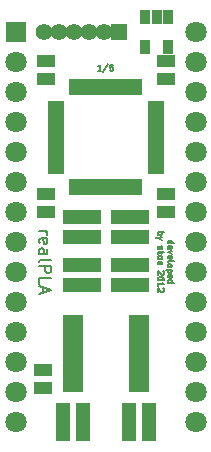
<source format=gts>
G04 (created by PCBNEW-RS274X (2012-apr-16-27)-stable) date So 08 Sep 2013 13:16:25 CEST*
G01*
G70*
G90*
%MOIN*%
G04 Gerber Fmt 3.4, Leading zero omitted, Abs format*
%FSLAX34Y34*%
G04 APERTURE LIST*
%ADD10C,0.006000*%
%ADD11C,0.005000*%
%ADD12C,0.008000*%
%ADD13R,0.071000X0.071000*%
%ADD14C,0.071000*%
%ADD15R,0.036000X0.046000*%
%ADD16R,0.026000X0.056000*%
%ADD17R,0.056000X0.026000*%
%ADD18R,0.066000X0.031000*%
%ADD19R,0.056000X0.056000*%
%ADD20C,0.056000*%
%ADD21R,0.061000X0.041000*%
%ADD22R,0.031700X0.051400*%
%ADD23R,0.051400X0.031700*%
G04 APERTURE END LIST*
G54D10*
G54D11*
X60069Y-38536D02*
X60269Y-38536D01*
X60079Y-38536D02*
X60069Y-38517D01*
X60069Y-38479D01*
X60079Y-38460D01*
X60088Y-38451D01*
X60107Y-38441D01*
X60164Y-38441D01*
X60183Y-38451D01*
X60193Y-38460D01*
X60202Y-38479D01*
X60202Y-38517D01*
X60193Y-38536D01*
X60079Y-38708D02*
X60069Y-38689D01*
X60069Y-38651D01*
X60079Y-38632D01*
X60098Y-38622D01*
X60174Y-38622D01*
X60193Y-38632D01*
X60202Y-38651D01*
X60202Y-38689D01*
X60193Y-38708D01*
X60174Y-38717D01*
X60155Y-38717D01*
X60136Y-38622D01*
X60202Y-38784D02*
X60069Y-38831D01*
X60202Y-38879D01*
X60079Y-39031D02*
X60069Y-39012D01*
X60069Y-38974D01*
X60079Y-38955D01*
X60098Y-38945D01*
X60174Y-38945D01*
X60193Y-38955D01*
X60202Y-38974D01*
X60202Y-39012D01*
X60193Y-39031D01*
X60174Y-39040D01*
X60155Y-39040D01*
X60136Y-38945D01*
X60069Y-39154D02*
X60079Y-39135D01*
X60098Y-39126D01*
X60269Y-39126D01*
X60069Y-39259D02*
X60079Y-39240D01*
X60088Y-39231D01*
X60107Y-39221D01*
X60164Y-39221D01*
X60183Y-39231D01*
X60193Y-39240D01*
X60202Y-39259D01*
X60202Y-39288D01*
X60193Y-39307D01*
X60183Y-39316D01*
X60164Y-39326D01*
X60107Y-39326D01*
X60088Y-39316D01*
X60079Y-39307D01*
X60069Y-39288D01*
X60069Y-39259D01*
X60202Y-39412D02*
X60002Y-39412D01*
X60193Y-39412D02*
X60202Y-39431D01*
X60202Y-39469D01*
X60193Y-39488D01*
X60183Y-39497D01*
X60164Y-39507D01*
X60107Y-39507D01*
X60088Y-39497D01*
X60079Y-39488D01*
X60069Y-39469D01*
X60069Y-39431D01*
X60079Y-39412D01*
X60079Y-39669D02*
X60069Y-39650D01*
X60069Y-39612D01*
X60079Y-39593D01*
X60098Y-39583D01*
X60174Y-39583D01*
X60193Y-39593D01*
X60202Y-39612D01*
X60202Y-39650D01*
X60193Y-39669D01*
X60174Y-39678D01*
X60155Y-39678D01*
X60136Y-39583D01*
X60069Y-39849D02*
X60269Y-39849D01*
X60079Y-39849D02*
X60069Y-39830D01*
X60069Y-39792D01*
X60079Y-39773D01*
X60088Y-39764D01*
X60107Y-39754D01*
X60164Y-39754D01*
X60183Y-39764D01*
X60193Y-39773D01*
X60202Y-39792D01*
X60202Y-39830D01*
X60193Y-39849D01*
X59739Y-38162D02*
X59939Y-38162D01*
X59863Y-38162D02*
X59872Y-38181D01*
X59872Y-38219D01*
X59863Y-38238D01*
X59853Y-38247D01*
X59834Y-38257D01*
X59777Y-38257D01*
X59758Y-38247D01*
X59749Y-38238D01*
X59739Y-38219D01*
X59739Y-38181D01*
X59749Y-38162D01*
X59872Y-38324D02*
X59739Y-38371D01*
X59872Y-38419D02*
X59739Y-38371D01*
X59691Y-38352D01*
X59682Y-38343D01*
X59672Y-38324D01*
X59749Y-38637D02*
X59739Y-38656D01*
X59739Y-38694D01*
X59749Y-38713D01*
X59768Y-38723D01*
X59777Y-38723D01*
X59796Y-38713D01*
X59806Y-38694D01*
X59806Y-38666D01*
X59815Y-38647D01*
X59834Y-38637D01*
X59844Y-38637D01*
X59863Y-38647D01*
X59872Y-38666D01*
X59872Y-38694D01*
X59863Y-38713D01*
X59739Y-38809D02*
X59939Y-38809D01*
X59815Y-38828D02*
X59739Y-38885D01*
X59872Y-38885D02*
X59796Y-38809D01*
X59739Y-38999D02*
X59749Y-38980D01*
X59758Y-38971D01*
X59777Y-38961D01*
X59834Y-38961D01*
X59853Y-38971D01*
X59863Y-38980D01*
X59872Y-38999D01*
X59872Y-39028D01*
X59863Y-39047D01*
X59853Y-39056D01*
X59834Y-39066D01*
X59777Y-39066D01*
X59758Y-39056D01*
X59749Y-39047D01*
X59739Y-39028D01*
X59739Y-38999D01*
X59749Y-39228D02*
X59739Y-39209D01*
X59739Y-39171D01*
X59749Y-39152D01*
X59768Y-39142D01*
X59844Y-39142D01*
X59863Y-39152D01*
X59872Y-39171D01*
X59872Y-39209D01*
X59863Y-39228D01*
X59844Y-39237D01*
X59825Y-39237D01*
X59806Y-39142D01*
X59920Y-39465D02*
X59930Y-39475D01*
X59939Y-39494D01*
X59939Y-39541D01*
X59930Y-39560D01*
X59920Y-39570D01*
X59901Y-39579D01*
X59882Y-39579D01*
X59853Y-39570D01*
X59739Y-39456D01*
X59739Y-39579D01*
X59939Y-39703D02*
X59939Y-39722D01*
X59930Y-39741D01*
X59920Y-39750D01*
X59901Y-39760D01*
X59863Y-39769D01*
X59815Y-39769D01*
X59777Y-39760D01*
X59758Y-39750D01*
X59749Y-39741D01*
X59739Y-39722D01*
X59739Y-39703D01*
X59749Y-39684D01*
X59758Y-39674D01*
X59777Y-39665D01*
X59815Y-39655D01*
X59863Y-39655D01*
X59901Y-39665D01*
X59920Y-39674D01*
X59930Y-39684D01*
X59939Y-39703D01*
X59739Y-39959D02*
X59739Y-39845D01*
X59739Y-39902D02*
X59939Y-39902D01*
X59910Y-39883D01*
X59891Y-39864D01*
X59882Y-39845D01*
X59920Y-40035D02*
X59930Y-40045D01*
X59939Y-40064D01*
X59939Y-40111D01*
X59930Y-40130D01*
X59920Y-40140D01*
X59901Y-40149D01*
X59882Y-40149D01*
X59853Y-40140D01*
X59739Y-40026D01*
X59739Y-40149D01*
X57857Y-32781D02*
X57743Y-32781D01*
X57800Y-32781D02*
X57800Y-32581D01*
X57781Y-32610D01*
X57762Y-32629D01*
X57743Y-32638D01*
X58085Y-32571D02*
X57914Y-32829D01*
X58248Y-32581D02*
X58153Y-32581D01*
X58143Y-32676D01*
X58153Y-32667D01*
X58172Y-32657D01*
X58219Y-32657D01*
X58238Y-32667D01*
X58248Y-32676D01*
X58257Y-32695D01*
X58257Y-32743D01*
X58248Y-32762D01*
X58238Y-32771D01*
X58219Y-32781D01*
X58172Y-32781D01*
X58153Y-32771D01*
X58143Y-32762D01*
G54D12*
X55788Y-38130D02*
X56055Y-38130D01*
X55979Y-38130D02*
X56017Y-38149D01*
X56036Y-38168D01*
X56055Y-38206D01*
X56055Y-38245D01*
X55807Y-38531D02*
X55788Y-38493D01*
X55788Y-38416D01*
X55807Y-38378D01*
X55845Y-38359D01*
X55998Y-38359D01*
X56036Y-38378D01*
X56055Y-38416D01*
X56055Y-38493D01*
X56036Y-38531D01*
X55998Y-38550D01*
X55960Y-38550D01*
X55921Y-38359D01*
X55788Y-38893D02*
X55998Y-38893D01*
X56036Y-38874D01*
X56055Y-38836D01*
X56055Y-38759D01*
X56036Y-38721D01*
X55807Y-38893D02*
X55788Y-38855D01*
X55788Y-38759D01*
X55807Y-38721D01*
X55845Y-38702D01*
X55883Y-38702D01*
X55921Y-38721D01*
X55940Y-38759D01*
X55940Y-38855D01*
X55960Y-38893D01*
X55788Y-39140D02*
X55807Y-39102D01*
X55845Y-39083D01*
X56188Y-39083D01*
X55788Y-39293D02*
X56188Y-39293D01*
X56188Y-39446D01*
X56169Y-39484D01*
X56150Y-39503D01*
X56112Y-39522D01*
X56055Y-39522D01*
X56017Y-39503D01*
X55998Y-39484D01*
X55979Y-39446D01*
X55979Y-39293D01*
X55788Y-39884D02*
X55788Y-39693D01*
X56188Y-39693D01*
X55902Y-39998D02*
X55902Y-40189D01*
X55788Y-39960D02*
X56188Y-40093D01*
X55788Y-40227D01*
G54D13*
X55000Y-31500D03*
G54D14*
X55000Y-32500D03*
X55000Y-33500D03*
X55000Y-34500D03*
X55000Y-35500D03*
X55000Y-36500D03*
X55000Y-37500D03*
X55000Y-38500D03*
X55000Y-39500D03*
X55000Y-40500D03*
X55000Y-41500D03*
X55000Y-42500D03*
X55000Y-43500D03*
X55000Y-44500D03*
X61000Y-44500D03*
X61000Y-43500D03*
X61000Y-42500D03*
X61000Y-41500D03*
X61000Y-40500D03*
X61000Y-39500D03*
X61000Y-38500D03*
X61000Y-37500D03*
X61000Y-36500D03*
X61000Y-35500D03*
X61000Y-34500D03*
X61000Y-33500D03*
X61000Y-32500D03*
X61000Y-31500D03*
G54D15*
X60075Y-31000D03*
X59325Y-31000D03*
X60075Y-32000D03*
X59700Y-31000D03*
X59325Y-32000D03*
G54D16*
X59080Y-33328D03*
X58880Y-33328D03*
X58690Y-33328D03*
X58490Y-33328D03*
X58290Y-33328D03*
X58100Y-33328D03*
X57900Y-33328D03*
X57700Y-33328D03*
X57510Y-33328D03*
X57310Y-33328D03*
X57110Y-33328D03*
X56910Y-33328D03*
G54D17*
X59672Y-36081D03*
X59672Y-35881D03*
X59672Y-35691D03*
X59672Y-35491D03*
X59672Y-35291D03*
X59672Y-35101D03*
X59672Y-34901D03*
X59672Y-34701D03*
X59672Y-34511D03*
X59672Y-34311D03*
X59672Y-34111D03*
X59672Y-33911D03*
X56328Y-33919D03*
X56328Y-34119D03*
X56328Y-34309D03*
X56328Y-34509D03*
X56328Y-34709D03*
X56328Y-34899D03*
X56328Y-35099D03*
X56328Y-35299D03*
X56328Y-35489D03*
X56328Y-35689D03*
X56328Y-35889D03*
X56328Y-36089D03*
G54D16*
X56919Y-36672D03*
X57119Y-36672D03*
X57309Y-36672D03*
X57509Y-36672D03*
X57709Y-36672D03*
X57899Y-36672D03*
X58099Y-36672D03*
X58299Y-36672D03*
X58489Y-36672D03*
X58689Y-36672D03*
X58889Y-36672D03*
X59089Y-36672D03*
G54D18*
X56898Y-43352D03*
X56898Y-41048D03*
X59102Y-43352D03*
X59102Y-41048D03*
X59102Y-43096D03*
X59102Y-42840D03*
X59102Y-42584D03*
X59102Y-42328D03*
X59102Y-42072D03*
X59102Y-41816D03*
X59102Y-41560D03*
X59102Y-41304D03*
X56898Y-41304D03*
X56898Y-41560D03*
X56898Y-41816D03*
X56898Y-42072D03*
X56898Y-42328D03*
X56898Y-42584D03*
X56898Y-42840D03*
X56898Y-43096D03*
G54D19*
X58450Y-31500D03*
G54D20*
X57950Y-31500D03*
X57450Y-31500D03*
X56950Y-31500D03*
X56450Y-31500D03*
X55950Y-31500D03*
G54D21*
X60000Y-36900D03*
X60000Y-37500D03*
X55900Y-43350D03*
X55900Y-42750D03*
X60000Y-32450D03*
X60000Y-33050D03*
G54D22*
X56728Y-39935D03*
X57043Y-39935D03*
X57672Y-39935D03*
X57357Y-39935D03*
X57357Y-39265D03*
X57672Y-39265D03*
X57043Y-39265D03*
X56728Y-39265D03*
X58328Y-39935D03*
X58643Y-39935D03*
X59272Y-39935D03*
X58957Y-39935D03*
X58957Y-39265D03*
X59272Y-39265D03*
X58643Y-39265D03*
X58328Y-39265D03*
X57672Y-37665D03*
X57357Y-37665D03*
X56728Y-37665D03*
X57043Y-37665D03*
X57043Y-38335D03*
X56728Y-38335D03*
X57357Y-38335D03*
X57672Y-38335D03*
X59272Y-37665D03*
X58957Y-37665D03*
X58328Y-37665D03*
X58643Y-37665D03*
X58643Y-38335D03*
X58328Y-38335D03*
X58957Y-38335D03*
X59272Y-38335D03*
G54D23*
X56565Y-44028D03*
X56565Y-44343D03*
X56565Y-44972D03*
X56565Y-44657D03*
X57235Y-44657D03*
X57235Y-44972D03*
X57235Y-44343D03*
X57235Y-44028D03*
X58765Y-44028D03*
X58765Y-44343D03*
X58765Y-44972D03*
X58765Y-44657D03*
X59435Y-44657D03*
X59435Y-44972D03*
X59435Y-44343D03*
X59435Y-44028D03*
G54D21*
X56000Y-33050D03*
X56000Y-32450D03*
X56000Y-36900D03*
X56000Y-37500D03*
M02*

</source>
